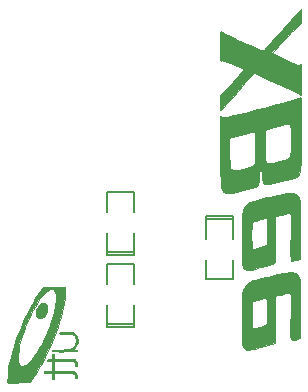
<source format=gbr>
G04 #@! TF.FileFunction,Legend,Bot*
%FSLAX46Y46*%
G04 Gerber Fmt 4.6, Leading zero omitted, Abs format (unit mm)*
G04 Created by KiCad (PCBNEW 4.0.6) date 12/04/17 20:40:56*
%MOMM*%
%LPD*%
G01*
G04 APERTURE LIST*
%ADD10C,0.050000*%
%ADD11C,0.150000*%
%ADD12C,0.010000*%
G04 APERTURE END LIST*
D10*
D11*
X137287000Y-86106000D02*
X137287000Y-86360000D01*
X137287000Y-86360000D02*
X135001000Y-86360000D01*
X135001000Y-86360000D02*
X135001000Y-86106000D01*
X137287000Y-86106000D02*
X135001000Y-86106000D01*
X135001000Y-86106000D02*
X135001000Y-84455000D01*
X137287000Y-82677000D02*
X137287000Y-81026000D01*
X137287000Y-81026000D02*
X135001000Y-81026000D01*
X135001000Y-81026000D02*
X135001000Y-82677000D01*
X137287000Y-84455000D02*
X137287000Y-86106000D01*
X137287000Y-80010000D02*
X137287000Y-80264000D01*
X137287000Y-80264000D02*
X135001000Y-80264000D01*
X135001000Y-80264000D02*
X135001000Y-80010000D01*
X137287000Y-80010000D02*
X135001000Y-80010000D01*
X135001000Y-80010000D02*
X135001000Y-78359000D01*
X137287000Y-76581000D02*
X137287000Y-74930000D01*
X137287000Y-74930000D02*
X135001000Y-74930000D01*
X135001000Y-74930000D02*
X135001000Y-76581000D01*
X137287000Y-78359000D02*
X137287000Y-80010000D01*
X143383000Y-77216000D02*
X143383000Y-76962000D01*
X143383000Y-76962000D02*
X145669000Y-76962000D01*
X145669000Y-76962000D02*
X145669000Y-77216000D01*
X143383000Y-77216000D02*
X145669000Y-77216000D01*
X145669000Y-77216000D02*
X145669000Y-78867000D01*
X143383000Y-80645000D02*
X143383000Y-82296000D01*
X143383000Y-82296000D02*
X145669000Y-82296000D01*
X145669000Y-82296000D02*
X145669000Y-80645000D01*
X143383000Y-78867000D02*
X143383000Y-77216000D01*
D12*
G36*
X144610376Y-67610340D02*
X144617003Y-67817736D01*
X144632085Y-67931260D01*
X144658922Y-67970458D01*
X144700817Y-67954881D01*
X144718894Y-67940734D01*
X144788739Y-67868378D01*
X144932861Y-67708053D01*
X145139519Y-67473209D01*
X145396971Y-67177295D01*
X145693476Y-66833761D01*
X146017293Y-66456055D01*
X146119127Y-66336780D01*
X146444634Y-65956698D01*
X146742709Y-65611609D01*
X147002403Y-65313953D01*
X147212767Y-65076173D01*
X147362851Y-64910710D01*
X147441706Y-64830006D01*
X147450390Y-64824084D01*
X147524942Y-64851492D01*
X147716005Y-64932428D01*
X148019220Y-65064956D01*
X148430231Y-65247142D01*
X148944681Y-65477053D01*
X149558212Y-65752754D01*
X150266467Y-66072311D01*
X150493455Y-66174944D01*
X150773545Y-66305888D01*
X151026745Y-66431803D01*
X151215267Y-66533568D01*
X151274738Y-66570283D01*
X151457592Y-66694920D01*
X151457592Y-64029029D01*
X151305520Y-64098318D01*
X151234284Y-64115882D01*
X151135593Y-64106400D01*
X150991568Y-64063368D01*
X150784329Y-63980285D01*
X150495995Y-63850645D01*
X150108686Y-63667945D01*
X150065371Y-63647247D01*
X148977294Y-63126887D01*
X149804987Y-62263313D01*
X150099748Y-61955007D01*
X150388155Y-61651974D01*
X150647044Y-61378653D01*
X150853250Y-61159480D01*
X150954496Y-61050655D01*
X151125711Y-60877903D01*
X151272227Y-60753079D01*
X151363832Y-60701755D01*
X151366952Y-60701571D01*
X151410173Y-60671683D01*
X151437905Y-60569017D01*
X151452815Y-60374069D01*
X151457570Y-60067335D01*
X151457592Y-60038650D01*
X151457592Y-59375730D01*
X150876823Y-60022027D01*
X150594030Y-60336623D01*
X150282351Y-60683171D01*
X149954745Y-61047283D01*
X149624171Y-61414569D01*
X149303585Y-61770638D01*
X149005945Y-62101103D01*
X148744211Y-62391573D01*
X148531339Y-62627660D01*
X148380287Y-62794973D01*
X148304014Y-62879122D01*
X148301207Y-62882183D01*
X148256038Y-62898701D01*
X148166043Y-62886782D01*
X148019010Y-62841696D01*
X147802728Y-62758710D01*
X147504984Y-62633093D01*
X147113567Y-62460113D01*
X146616266Y-62235039D01*
X146533146Y-62197114D01*
X146087314Y-61991691D01*
X145677122Y-61799183D01*
X145319416Y-61627778D01*
X145031046Y-61485660D01*
X144828858Y-61381015D01*
X144729702Y-61322028D01*
X144726603Y-61319417D01*
X144686397Y-61289280D01*
X144656557Y-61292442D01*
X144635543Y-61344638D01*
X144621814Y-61461603D01*
X144613832Y-61659074D01*
X144610055Y-61952786D01*
X144608944Y-62358475D01*
X144608901Y-62522139D01*
X144609554Y-62969580D01*
X144612542Y-63300324D01*
X144619402Y-63530659D01*
X144631674Y-63676868D01*
X144650896Y-63755238D01*
X144678609Y-63782055D01*
X144716350Y-63773604D01*
X144726668Y-63768354D01*
X144811465Y-63755954D01*
X144958861Y-63785119D01*
X145185004Y-63860863D01*
X145506039Y-63988199D01*
X145707427Y-64072883D01*
X146019397Y-64206622D01*
X146284962Y-64322109D01*
X146481386Y-64409333D01*
X146585932Y-64458280D01*
X146596577Y-64464484D01*
X146566626Y-64520810D01*
X146464847Y-64652995D01*
X146309063Y-64838674D01*
X146192021Y-64972144D01*
X145953035Y-65242478D01*
X145672872Y-65562399D01*
X145396638Y-65880301D01*
X145275316Y-66020943D01*
X145072953Y-66245789D01*
X144894760Y-66424563D01*
X144761689Y-66537421D01*
X144699113Y-66566588D01*
X144658570Y-66583854D01*
X144631687Y-66668996D01*
X144616127Y-66840749D01*
X144609552Y-67117845D01*
X144608901Y-67289520D01*
X144610376Y-67610340D01*
X144610376Y-67610340D01*
G37*
X144610376Y-67610340D02*
X144617003Y-67817736D01*
X144632085Y-67931260D01*
X144658922Y-67970458D01*
X144700817Y-67954881D01*
X144718894Y-67940734D01*
X144788739Y-67868378D01*
X144932861Y-67708053D01*
X145139519Y-67473209D01*
X145396971Y-67177295D01*
X145693476Y-66833761D01*
X146017293Y-66456055D01*
X146119127Y-66336780D01*
X146444634Y-65956698D01*
X146742709Y-65611609D01*
X147002403Y-65313953D01*
X147212767Y-65076173D01*
X147362851Y-64910710D01*
X147441706Y-64830006D01*
X147450390Y-64824084D01*
X147524942Y-64851492D01*
X147716005Y-64932428D01*
X148019220Y-65064956D01*
X148430231Y-65247142D01*
X148944681Y-65477053D01*
X149558212Y-65752754D01*
X150266467Y-66072311D01*
X150493455Y-66174944D01*
X150773545Y-66305888D01*
X151026745Y-66431803D01*
X151215267Y-66533568D01*
X151274738Y-66570283D01*
X151457592Y-66694920D01*
X151457592Y-64029029D01*
X151305520Y-64098318D01*
X151234284Y-64115882D01*
X151135593Y-64106400D01*
X150991568Y-64063368D01*
X150784329Y-63980285D01*
X150495995Y-63850645D01*
X150108686Y-63667945D01*
X150065371Y-63647247D01*
X148977294Y-63126887D01*
X149804987Y-62263313D01*
X150099748Y-61955007D01*
X150388155Y-61651974D01*
X150647044Y-61378653D01*
X150853250Y-61159480D01*
X150954496Y-61050655D01*
X151125711Y-60877903D01*
X151272227Y-60753079D01*
X151363832Y-60701755D01*
X151366952Y-60701571D01*
X151410173Y-60671683D01*
X151437905Y-60569017D01*
X151452815Y-60374069D01*
X151457570Y-60067335D01*
X151457592Y-60038650D01*
X151457592Y-59375730D01*
X150876823Y-60022027D01*
X150594030Y-60336623D01*
X150282351Y-60683171D01*
X149954745Y-61047283D01*
X149624171Y-61414569D01*
X149303585Y-61770638D01*
X149005945Y-62101103D01*
X148744211Y-62391573D01*
X148531339Y-62627660D01*
X148380287Y-62794973D01*
X148304014Y-62879122D01*
X148301207Y-62882183D01*
X148256038Y-62898701D01*
X148166043Y-62886782D01*
X148019010Y-62841696D01*
X147802728Y-62758710D01*
X147504984Y-62633093D01*
X147113567Y-62460113D01*
X146616266Y-62235039D01*
X146533146Y-62197114D01*
X146087314Y-61991691D01*
X145677122Y-61799183D01*
X145319416Y-61627778D01*
X145031046Y-61485660D01*
X144828858Y-61381015D01*
X144729702Y-61322028D01*
X144726603Y-61319417D01*
X144686397Y-61289280D01*
X144656557Y-61292442D01*
X144635543Y-61344638D01*
X144621814Y-61461603D01*
X144613832Y-61659074D01*
X144610055Y-61952786D01*
X144608944Y-62358475D01*
X144608901Y-62522139D01*
X144609554Y-62969580D01*
X144612542Y-63300324D01*
X144619402Y-63530659D01*
X144631674Y-63676868D01*
X144650896Y-63755238D01*
X144678609Y-63782055D01*
X144716350Y-63773604D01*
X144726668Y-63768354D01*
X144811465Y-63755954D01*
X144958861Y-63785119D01*
X145185004Y-63860863D01*
X145506039Y-63988199D01*
X145707427Y-64072883D01*
X146019397Y-64206622D01*
X146284962Y-64322109D01*
X146481386Y-64409333D01*
X146585932Y-64458280D01*
X146596577Y-64464484D01*
X146566626Y-64520810D01*
X146464847Y-64652995D01*
X146309063Y-64838674D01*
X146192021Y-64972144D01*
X145953035Y-65242478D01*
X145672872Y-65562399D01*
X145396638Y-65880301D01*
X145275316Y-66020943D01*
X145072953Y-66245789D01*
X144894760Y-66424563D01*
X144761689Y-66537421D01*
X144699113Y-66566588D01*
X144658570Y-66583854D01*
X144631687Y-66668996D01*
X144616127Y-66840749D01*
X144609552Y-67117845D01*
X144608901Y-67289520D01*
X144610376Y-67610340D01*
G36*
X144621787Y-71485583D02*
X144627022Y-72220857D01*
X144632642Y-72835003D01*
X144639732Y-73339875D01*
X144649379Y-73747326D01*
X144662668Y-74069212D01*
X144680684Y-74317386D01*
X144704514Y-74503701D01*
X144735242Y-74640013D01*
X144773955Y-74738176D01*
X144821737Y-74810043D01*
X144879676Y-74867468D01*
X144935599Y-74912153D01*
X145084096Y-74973186D01*
X145316468Y-74988026D01*
X145640228Y-74955490D01*
X146062889Y-74874398D01*
X146591963Y-74743567D01*
X147234962Y-74561816D01*
X147315897Y-74537792D01*
X147562341Y-74460505D01*
X147711679Y-74395919D01*
X147795124Y-74321813D01*
X147843886Y-74215969D01*
X147864087Y-74147554D01*
X147899438Y-73952016D01*
X147924360Y-73684009D01*
X147933137Y-73422118D01*
X147941318Y-73182458D01*
X147962516Y-72998873D01*
X147992307Y-72908162D01*
X147995213Y-72905839D01*
X148045263Y-72906232D01*
X148086326Y-72987850D01*
X148123126Y-73167294D01*
X148160391Y-73461165D01*
X148164734Y-73501309D01*
X148194024Y-73763594D01*
X148229335Y-73961143D01*
X148286796Y-74098438D01*
X148382534Y-74179961D01*
X148532674Y-74210195D01*
X148753346Y-74193621D01*
X149060675Y-74134723D01*
X149470789Y-74037982D01*
X149802200Y-73956419D01*
X150203132Y-73853914D01*
X150566150Y-73754085D01*
X150868851Y-73663654D01*
X151088829Y-73589342D01*
X151203679Y-73537871D01*
X151208035Y-73534636D01*
X151311624Y-73385492D01*
X151386537Y-73148514D01*
X151395809Y-73098046D01*
X151406516Y-72970475D01*
X151416306Y-72734157D01*
X151425118Y-72404952D01*
X151432889Y-71998720D01*
X151439558Y-71531323D01*
X151445064Y-71018620D01*
X151449343Y-70476473D01*
X151452336Y-69920742D01*
X151453980Y-69367288D01*
X151454213Y-68831970D01*
X151452974Y-68330651D01*
X151450201Y-67879190D01*
X151445832Y-67493447D01*
X151439806Y-67189285D01*
X151432061Y-66982562D01*
X151422535Y-66889141D01*
X151419974Y-66885341D01*
X151336756Y-66913144D01*
X151265791Y-66947725D01*
X151186420Y-66973003D01*
X150993634Y-67027380D01*
X150702808Y-67106827D01*
X150543325Y-67149736D01*
X150543325Y-69079761D01*
X150558289Y-69142922D01*
X150571458Y-69319428D01*
X150582115Y-69589644D01*
X150589542Y-69933934D01*
X150593023Y-70332664D01*
X150593194Y-70445693D01*
X150592700Y-70905215D01*
X150589956Y-71250639D01*
X150583070Y-71500847D01*
X150570151Y-71674726D01*
X150549306Y-71791159D01*
X150518642Y-71869031D01*
X150476269Y-71927226D01*
X150441079Y-71963919D01*
X150284635Y-72066554D01*
X150026135Y-72174976D01*
X149726288Y-72268275D01*
X149337078Y-72369732D01*
X149052397Y-72432173D01*
X148850092Y-72457036D01*
X148708013Y-72445762D01*
X148604006Y-72399792D01*
X148539657Y-72345416D01*
X148491125Y-72290236D01*
X148455240Y-72222747D01*
X148430101Y-72123567D01*
X148413806Y-71973309D01*
X148404454Y-71752588D01*
X148400145Y-71442019D01*
X148398977Y-71022216D01*
X148398953Y-70910678D01*
X148398953Y-69616644D01*
X148648298Y-69549750D01*
X148902667Y-69482772D01*
X149205645Y-69404916D01*
X149530374Y-69322844D01*
X149849996Y-69243218D01*
X150137653Y-69172697D01*
X150366486Y-69117944D01*
X150509637Y-69085619D01*
X150543325Y-69079761D01*
X150543325Y-67149736D01*
X150329317Y-67207317D01*
X149888539Y-67324820D01*
X149395848Y-67455308D01*
X148866621Y-67594753D01*
X148316234Y-67739126D01*
X147760063Y-67884398D01*
X147551178Y-67938720D01*
X147551178Y-69745004D01*
X147566219Y-69808047D01*
X147579441Y-69984335D01*
X147590115Y-70254134D01*
X147597514Y-70597708D01*
X147600909Y-70995324D01*
X147601047Y-71096001D01*
X147600525Y-71552827D01*
X147597697Y-71895530D01*
X147590673Y-72142971D01*
X147577560Y-72314012D01*
X147556468Y-72427514D01*
X147525506Y-72502337D01*
X147482782Y-72557342D01*
X147451440Y-72588000D01*
X147326606Y-72660947D01*
X147106503Y-72749810D01*
X146826210Y-72844168D01*
X146520809Y-72933600D01*
X146225379Y-73007686D01*
X145975002Y-73056006D01*
X145831726Y-73069110D01*
X145665738Y-73023109D01*
X145539791Y-72936126D01*
X145493276Y-72881175D01*
X145459044Y-72809839D01*
X145435228Y-72702561D01*
X145419963Y-72539783D01*
X145411381Y-72301947D01*
X145407618Y-71969497D01*
X145406806Y-71542354D01*
X145406806Y-70281566D01*
X145656152Y-70215735D01*
X145958870Y-70136791D01*
X146293139Y-70051206D01*
X146633364Y-69965338D01*
X146953951Y-69885545D01*
X147229306Y-69818185D01*
X147433835Y-69769614D01*
X147541943Y-69746191D01*
X147551178Y-69745004D01*
X147551178Y-67938720D01*
X147213483Y-68026542D01*
X146691871Y-68161529D01*
X146210602Y-68285329D01*
X145785054Y-68393915D01*
X145430600Y-68483258D01*
X145162619Y-68549330D01*
X145056358Y-68574593D01*
X144870477Y-68581814D01*
X144736784Y-68544914D01*
X144601428Y-68472474D01*
X144621787Y-71485583D01*
X144621787Y-71485583D01*
G37*
X144621787Y-71485583D02*
X144627022Y-72220857D01*
X144632642Y-72835003D01*
X144639732Y-73339875D01*
X144649379Y-73747326D01*
X144662668Y-74069212D01*
X144680684Y-74317386D01*
X144704514Y-74503701D01*
X144735242Y-74640013D01*
X144773955Y-74738176D01*
X144821737Y-74810043D01*
X144879676Y-74867468D01*
X144935599Y-74912153D01*
X145084096Y-74973186D01*
X145316468Y-74988026D01*
X145640228Y-74955490D01*
X146062889Y-74874398D01*
X146591963Y-74743567D01*
X147234962Y-74561816D01*
X147315897Y-74537792D01*
X147562341Y-74460505D01*
X147711679Y-74395919D01*
X147795124Y-74321813D01*
X147843886Y-74215969D01*
X147864087Y-74147554D01*
X147899438Y-73952016D01*
X147924360Y-73684009D01*
X147933137Y-73422118D01*
X147941318Y-73182458D01*
X147962516Y-72998873D01*
X147992307Y-72908162D01*
X147995213Y-72905839D01*
X148045263Y-72906232D01*
X148086326Y-72987850D01*
X148123126Y-73167294D01*
X148160391Y-73461165D01*
X148164734Y-73501309D01*
X148194024Y-73763594D01*
X148229335Y-73961143D01*
X148286796Y-74098438D01*
X148382534Y-74179961D01*
X148532674Y-74210195D01*
X148753346Y-74193621D01*
X149060675Y-74134723D01*
X149470789Y-74037982D01*
X149802200Y-73956419D01*
X150203132Y-73853914D01*
X150566150Y-73754085D01*
X150868851Y-73663654D01*
X151088829Y-73589342D01*
X151203679Y-73537871D01*
X151208035Y-73534636D01*
X151311624Y-73385492D01*
X151386537Y-73148514D01*
X151395809Y-73098046D01*
X151406516Y-72970475D01*
X151416306Y-72734157D01*
X151425118Y-72404952D01*
X151432889Y-71998720D01*
X151439558Y-71531323D01*
X151445064Y-71018620D01*
X151449343Y-70476473D01*
X151452336Y-69920742D01*
X151453980Y-69367288D01*
X151454213Y-68831970D01*
X151452974Y-68330651D01*
X151450201Y-67879190D01*
X151445832Y-67493447D01*
X151439806Y-67189285D01*
X151432061Y-66982562D01*
X151422535Y-66889141D01*
X151419974Y-66885341D01*
X151336756Y-66913144D01*
X151265791Y-66947725D01*
X151186420Y-66973003D01*
X150993634Y-67027380D01*
X150702808Y-67106827D01*
X150543325Y-67149736D01*
X150543325Y-69079761D01*
X150558289Y-69142922D01*
X150571458Y-69319428D01*
X150582115Y-69589644D01*
X150589542Y-69933934D01*
X150593023Y-70332664D01*
X150593194Y-70445693D01*
X150592700Y-70905215D01*
X150589956Y-71250639D01*
X150583070Y-71500847D01*
X150570151Y-71674726D01*
X150549306Y-71791159D01*
X150518642Y-71869031D01*
X150476269Y-71927226D01*
X150441079Y-71963919D01*
X150284635Y-72066554D01*
X150026135Y-72174976D01*
X149726288Y-72268275D01*
X149337078Y-72369732D01*
X149052397Y-72432173D01*
X148850092Y-72457036D01*
X148708013Y-72445762D01*
X148604006Y-72399792D01*
X148539657Y-72345416D01*
X148491125Y-72290236D01*
X148455240Y-72222747D01*
X148430101Y-72123567D01*
X148413806Y-71973309D01*
X148404454Y-71752588D01*
X148400145Y-71442019D01*
X148398977Y-71022216D01*
X148398953Y-70910678D01*
X148398953Y-69616644D01*
X148648298Y-69549750D01*
X148902667Y-69482772D01*
X149205645Y-69404916D01*
X149530374Y-69322844D01*
X149849996Y-69243218D01*
X150137653Y-69172697D01*
X150366486Y-69117944D01*
X150509637Y-69085619D01*
X150543325Y-69079761D01*
X150543325Y-67149736D01*
X150329317Y-67207317D01*
X149888539Y-67324820D01*
X149395848Y-67455308D01*
X148866621Y-67594753D01*
X148316234Y-67739126D01*
X147760063Y-67884398D01*
X147551178Y-67938720D01*
X147551178Y-69745004D01*
X147566219Y-69808047D01*
X147579441Y-69984335D01*
X147590115Y-70254134D01*
X147597514Y-70597708D01*
X147600909Y-70995324D01*
X147601047Y-71096001D01*
X147600525Y-71552827D01*
X147597697Y-71895530D01*
X147590673Y-72142971D01*
X147577560Y-72314012D01*
X147556468Y-72427514D01*
X147525506Y-72502337D01*
X147482782Y-72557342D01*
X147451440Y-72588000D01*
X147326606Y-72660947D01*
X147106503Y-72749810D01*
X146826210Y-72844168D01*
X146520809Y-72933600D01*
X146225379Y-73007686D01*
X145975002Y-73056006D01*
X145831726Y-73069110D01*
X145665738Y-73023109D01*
X145539791Y-72936126D01*
X145493276Y-72881175D01*
X145459044Y-72809839D01*
X145435228Y-72702561D01*
X145419963Y-72539783D01*
X145411381Y-72301947D01*
X145407618Y-71969497D01*
X145406806Y-71542354D01*
X145406806Y-70281566D01*
X145656152Y-70215735D01*
X145958870Y-70136791D01*
X146293139Y-70051206D01*
X146633364Y-69965338D01*
X146953951Y-69885545D01*
X147229306Y-69818185D01*
X147433835Y-69769614D01*
X147541943Y-69746191D01*
X147551178Y-69745004D01*
X147551178Y-67938720D01*
X147213483Y-68026542D01*
X146691871Y-68161529D01*
X146210602Y-68285329D01*
X145785054Y-68393915D01*
X145430600Y-68483258D01*
X145162619Y-68549330D01*
X145056358Y-68574593D01*
X144870477Y-68581814D01*
X144736784Y-68544914D01*
X144601428Y-68472474D01*
X144621787Y-71485583D01*
G36*
X146451869Y-80616412D02*
X146459246Y-80836981D01*
X146471433Y-80995835D01*
X146489127Y-81107227D01*
X146513027Y-81185410D01*
X146543832Y-81244635D01*
X146577024Y-81292146D01*
X146683825Y-81403996D01*
X146817758Y-81471063D01*
X146997394Y-81492807D01*
X147241303Y-81468689D01*
X147568055Y-81398170D01*
X147996220Y-81280710D01*
X148108742Y-81247666D01*
X148447256Y-81147415D01*
X148746795Y-81058742D01*
X148980978Y-80989452D01*
X149123426Y-80947354D01*
X149146990Y-80940411D01*
X149180343Y-80922255D01*
X149206670Y-80880146D01*
X149226793Y-80799884D01*
X149241536Y-80667271D01*
X149251720Y-80468107D01*
X149258167Y-80188192D01*
X149261701Y-79813328D01*
X149263144Y-79329314D01*
X149263351Y-78931540D01*
X149263351Y-76956857D01*
X149845157Y-76808055D01*
X150114718Y-76741642D01*
X150340884Y-76690561D01*
X150488666Y-76662522D01*
X150519554Y-76659469D01*
X150545896Y-76677237D01*
X150566032Y-76739001D01*
X150580339Y-76857658D01*
X150589192Y-77046105D01*
X150592967Y-77317239D01*
X150592042Y-77683957D01*
X150586792Y-78159157D01*
X150578722Y-78687697D01*
X150570007Y-79311869D01*
X150566684Y-79810859D01*
X150568908Y-80192365D01*
X150576831Y-80464085D01*
X150590608Y-80633718D01*
X150610391Y-80708962D01*
X150619115Y-80714425D01*
X150722221Y-80697954D01*
X150903901Y-80657323D01*
X151025393Y-80626980D01*
X151357853Y-80540818D01*
X151372297Y-78051692D01*
X151375277Y-77376673D01*
X151375404Y-76822509D01*
X151372338Y-76377095D01*
X151365734Y-76028327D01*
X151355251Y-75764098D01*
X151340546Y-75572305D01*
X151321276Y-75440841D01*
X151297100Y-75357602D01*
X151295979Y-75354997D01*
X151124829Y-75105806D01*
X150877635Y-74965610D01*
X150628268Y-74932507D01*
X150487963Y-74947716D01*
X150240344Y-74989494D01*
X149907442Y-75053503D01*
X149511285Y-75135403D01*
X149073903Y-75230857D01*
X148813825Y-75289843D01*
X148601427Y-75339761D01*
X148601427Y-77075986D01*
X148565183Y-79419110D01*
X148013813Y-79574753D01*
X147751773Y-79641582D01*
X147531900Y-79684615D01*
X147390228Y-79697270D01*
X147365515Y-79693202D01*
X147328680Y-79615726D01*
X147299570Y-79432510D01*
X147278347Y-79170584D01*
X147265175Y-78856976D01*
X147260217Y-78518715D01*
X147263637Y-78182831D01*
X147275598Y-77876353D01*
X147296263Y-77626311D01*
X147325796Y-77459732D01*
X147351702Y-77407367D01*
X147451048Y-77363482D01*
X147645678Y-77302898D01*
X147900684Y-77236035D01*
X148018122Y-77208423D01*
X148601427Y-77075986D01*
X148601427Y-75339761D01*
X148249642Y-75422440D01*
X147800296Y-75536570D01*
X147450103Y-75639242D01*
X147183377Y-75737466D01*
X146984436Y-75838253D01*
X146837594Y-75948613D01*
X146727167Y-76075555D01*
X146637472Y-76226089D01*
X146614154Y-76272969D01*
X146576749Y-76356719D01*
X146546533Y-76446848D01*
X146522591Y-76558242D01*
X146504004Y-76705788D01*
X146489855Y-76904371D01*
X146479227Y-77168879D01*
X146471204Y-77514197D01*
X146464867Y-77955211D01*
X146459300Y-78506808D01*
X146456491Y-78831936D01*
X146451613Y-79441890D01*
X146448751Y-79933119D01*
X146448604Y-80319875D01*
X146451869Y-80616412D01*
X146451869Y-80616412D01*
G37*
X146451869Y-80616412D02*
X146459246Y-80836981D01*
X146471433Y-80995835D01*
X146489127Y-81107227D01*
X146513027Y-81185410D01*
X146543832Y-81244635D01*
X146577024Y-81292146D01*
X146683825Y-81403996D01*
X146817758Y-81471063D01*
X146997394Y-81492807D01*
X147241303Y-81468689D01*
X147568055Y-81398170D01*
X147996220Y-81280710D01*
X148108742Y-81247666D01*
X148447256Y-81147415D01*
X148746795Y-81058742D01*
X148980978Y-80989452D01*
X149123426Y-80947354D01*
X149146990Y-80940411D01*
X149180343Y-80922255D01*
X149206670Y-80880146D01*
X149226793Y-80799884D01*
X149241536Y-80667271D01*
X149251720Y-80468107D01*
X149258167Y-80188192D01*
X149261701Y-79813328D01*
X149263144Y-79329314D01*
X149263351Y-78931540D01*
X149263351Y-76956857D01*
X149845157Y-76808055D01*
X150114718Y-76741642D01*
X150340884Y-76690561D01*
X150488666Y-76662522D01*
X150519554Y-76659469D01*
X150545896Y-76677237D01*
X150566032Y-76739001D01*
X150580339Y-76857658D01*
X150589192Y-77046105D01*
X150592967Y-77317239D01*
X150592042Y-77683957D01*
X150586792Y-78159157D01*
X150578722Y-78687697D01*
X150570007Y-79311869D01*
X150566684Y-79810859D01*
X150568908Y-80192365D01*
X150576831Y-80464085D01*
X150590608Y-80633718D01*
X150610391Y-80708962D01*
X150619115Y-80714425D01*
X150722221Y-80697954D01*
X150903901Y-80657323D01*
X151025393Y-80626980D01*
X151357853Y-80540818D01*
X151372297Y-78051692D01*
X151375277Y-77376673D01*
X151375404Y-76822509D01*
X151372338Y-76377095D01*
X151365734Y-76028327D01*
X151355251Y-75764098D01*
X151340546Y-75572305D01*
X151321276Y-75440841D01*
X151297100Y-75357602D01*
X151295979Y-75354997D01*
X151124829Y-75105806D01*
X150877635Y-74965610D01*
X150628268Y-74932507D01*
X150487963Y-74947716D01*
X150240344Y-74989494D01*
X149907442Y-75053503D01*
X149511285Y-75135403D01*
X149073903Y-75230857D01*
X148813825Y-75289843D01*
X148601427Y-75339761D01*
X148601427Y-77075986D01*
X148565183Y-79419110D01*
X148013813Y-79574753D01*
X147751773Y-79641582D01*
X147531900Y-79684615D01*
X147390228Y-79697270D01*
X147365515Y-79693202D01*
X147328680Y-79615726D01*
X147299570Y-79432510D01*
X147278347Y-79170584D01*
X147265175Y-78856976D01*
X147260217Y-78518715D01*
X147263637Y-78182831D01*
X147275598Y-77876353D01*
X147296263Y-77626311D01*
X147325796Y-77459732D01*
X147351702Y-77407367D01*
X147451048Y-77363482D01*
X147645678Y-77302898D01*
X147900684Y-77236035D01*
X148018122Y-77208423D01*
X148601427Y-77075986D01*
X148601427Y-75339761D01*
X148249642Y-75422440D01*
X147800296Y-75536570D01*
X147450103Y-75639242D01*
X147183377Y-75737466D01*
X146984436Y-75838253D01*
X146837594Y-75948613D01*
X146727167Y-76075555D01*
X146637472Y-76226089D01*
X146614154Y-76272969D01*
X146576749Y-76356719D01*
X146546533Y-76446848D01*
X146522591Y-76558242D01*
X146504004Y-76705788D01*
X146489855Y-76904371D01*
X146479227Y-77168879D01*
X146471204Y-77514197D01*
X146464867Y-77955211D01*
X146459300Y-78506808D01*
X146456491Y-78831936D01*
X146451613Y-79441890D01*
X146448751Y-79933119D01*
X146448604Y-80319875D01*
X146451869Y-80616412D01*
G36*
X146449778Y-87053784D02*
X146454229Y-87348713D01*
X146462855Y-87568016D01*
X146476261Y-87726030D01*
X146495053Y-87837091D01*
X146519836Y-87915536D01*
X146551215Y-87975703D01*
X146557313Y-87985242D01*
X146648233Y-88111579D01*
X146742943Y-88197960D01*
X146860908Y-88244391D01*
X147021594Y-88250879D01*
X147244465Y-88217429D01*
X147548987Y-88144047D01*
X147954624Y-88030740D01*
X148110060Y-87985732D01*
X149230105Y-87660048D01*
X149247714Y-85686325D01*
X149265322Y-83712601D01*
X149513682Y-83644724D01*
X149726039Y-83586306D01*
X149988334Y-83513653D01*
X150123194Y-83476120D01*
X150332720Y-83420648D01*
X150491293Y-83384064D01*
X150548246Y-83375393D01*
X150566374Y-83440684D01*
X150579291Y-83631946D01*
X150586892Y-83942267D01*
X150589074Y-84364731D01*
X150585732Y-84892424D01*
X150578722Y-85403403D01*
X150568234Y-85989404D01*
X150560457Y-86455168D01*
X150558762Y-86813444D01*
X150566524Y-87076976D01*
X150587116Y-87258514D01*
X150623909Y-87370802D01*
X150680278Y-87426588D01*
X150759595Y-87438618D01*
X150865233Y-87419640D01*
X151000566Y-87382399D01*
X151095687Y-87357028D01*
X151391099Y-87282642D01*
X151390996Y-84780458D01*
X151390476Y-84129444D01*
X151388589Y-83597799D01*
X151384757Y-83171907D01*
X151378398Y-82838154D01*
X151368935Y-82582927D01*
X151355789Y-82392610D01*
X151338379Y-82253590D01*
X151316127Y-82152252D01*
X151288453Y-82074982D01*
X151274635Y-82045550D01*
X151134043Y-81853822D01*
X150918776Y-81730665D01*
X150879777Y-81716515D01*
X150786434Y-81687372D01*
X150692560Y-81670178D01*
X150579944Y-81667456D01*
X150430369Y-81681731D01*
X150225623Y-81715526D01*
X149947490Y-81771365D01*
X149577758Y-81851771D01*
X149098211Y-81959267D01*
X149051243Y-81969860D01*
X148603709Y-82071546D01*
X148448101Y-82107412D01*
X148448101Y-83861184D01*
X148533697Y-83911751D01*
X148579593Y-84035323D01*
X148597726Y-84247063D01*
X148600031Y-84562132D01*
X148598429Y-84967280D01*
X148595441Y-85417881D01*
X148585869Y-85748573D01*
X148568800Y-85972312D01*
X148543322Y-86102052D01*
X148515314Y-86147516D01*
X148414644Y-86189448D01*
X148222498Y-86252249D01*
X147976251Y-86323893D01*
X147916195Y-86340276D01*
X147641125Y-86408620D01*
X147466513Y-86435584D01*
X147367276Y-86423647D01*
X147332705Y-86397925D01*
X147307439Y-86299001D01*
X147290114Y-86081978D01*
X147281347Y-85761538D01*
X147281757Y-85352365D01*
X147283525Y-85228331D01*
X147301832Y-84140053D01*
X147833770Y-83995900D01*
X148110073Y-83918421D01*
X148310872Y-83868462D01*
X148448101Y-83861184D01*
X148448101Y-82107412D01*
X148189349Y-82167054D01*
X147829195Y-82251429D01*
X147544273Y-82319717D01*
X147355614Y-82366962D01*
X147297691Y-82383048D01*
X147095915Y-82492440D01*
X146877645Y-82680879D01*
X146683394Y-82907266D01*
X146553674Y-83130503D01*
X146548914Y-83142670D01*
X146524323Y-83277925D01*
X146503057Y-83543198D01*
X146485229Y-83935565D01*
X146470952Y-84452100D01*
X146460338Y-85089877D01*
X146455426Y-85571874D01*
X146450982Y-86179701D01*
X146448898Y-86668892D01*
X146449778Y-87053784D01*
X146449778Y-87053784D01*
G37*
X146449778Y-87053784D02*
X146454229Y-87348713D01*
X146462855Y-87568016D01*
X146476261Y-87726030D01*
X146495053Y-87837091D01*
X146519836Y-87915536D01*
X146551215Y-87975703D01*
X146557313Y-87985242D01*
X146648233Y-88111579D01*
X146742943Y-88197960D01*
X146860908Y-88244391D01*
X147021594Y-88250879D01*
X147244465Y-88217429D01*
X147548987Y-88144047D01*
X147954624Y-88030740D01*
X148110060Y-87985732D01*
X149230105Y-87660048D01*
X149247714Y-85686325D01*
X149265322Y-83712601D01*
X149513682Y-83644724D01*
X149726039Y-83586306D01*
X149988334Y-83513653D01*
X150123194Y-83476120D01*
X150332720Y-83420648D01*
X150491293Y-83384064D01*
X150548246Y-83375393D01*
X150566374Y-83440684D01*
X150579291Y-83631946D01*
X150586892Y-83942267D01*
X150589074Y-84364731D01*
X150585732Y-84892424D01*
X150578722Y-85403403D01*
X150568234Y-85989404D01*
X150560457Y-86455168D01*
X150558762Y-86813444D01*
X150566524Y-87076976D01*
X150587116Y-87258514D01*
X150623909Y-87370802D01*
X150680278Y-87426588D01*
X150759595Y-87438618D01*
X150865233Y-87419640D01*
X151000566Y-87382399D01*
X151095687Y-87357028D01*
X151391099Y-87282642D01*
X151390996Y-84780458D01*
X151390476Y-84129444D01*
X151388589Y-83597799D01*
X151384757Y-83171907D01*
X151378398Y-82838154D01*
X151368935Y-82582927D01*
X151355789Y-82392610D01*
X151338379Y-82253590D01*
X151316127Y-82152252D01*
X151288453Y-82074982D01*
X151274635Y-82045550D01*
X151134043Y-81853822D01*
X150918776Y-81730665D01*
X150879777Y-81716515D01*
X150786434Y-81687372D01*
X150692560Y-81670178D01*
X150579944Y-81667456D01*
X150430369Y-81681731D01*
X150225623Y-81715526D01*
X149947490Y-81771365D01*
X149577758Y-81851771D01*
X149098211Y-81959267D01*
X149051243Y-81969860D01*
X148603709Y-82071546D01*
X148448101Y-82107412D01*
X148448101Y-83861184D01*
X148533697Y-83911751D01*
X148579593Y-84035323D01*
X148597726Y-84247063D01*
X148600031Y-84562132D01*
X148598429Y-84967280D01*
X148595441Y-85417881D01*
X148585869Y-85748573D01*
X148568800Y-85972312D01*
X148543322Y-86102052D01*
X148515314Y-86147516D01*
X148414644Y-86189448D01*
X148222498Y-86252249D01*
X147976251Y-86323893D01*
X147916195Y-86340276D01*
X147641125Y-86408620D01*
X147466513Y-86435584D01*
X147367276Y-86423647D01*
X147332705Y-86397925D01*
X147307439Y-86299001D01*
X147290114Y-86081978D01*
X147281347Y-85761538D01*
X147281757Y-85352365D01*
X147283525Y-85228331D01*
X147301832Y-84140053D01*
X147833770Y-83995900D01*
X148110073Y-83918421D01*
X148310872Y-83868462D01*
X148448101Y-83861184D01*
X148448101Y-82107412D01*
X148189349Y-82167054D01*
X147829195Y-82251429D01*
X147544273Y-82319717D01*
X147355614Y-82366962D01*
X147297691Y-82383048D01*
X147095915Y-82492440D01*
X146877645Y-82680879D01*
X146683394Y-82907266D01*
X146553674Y-83130503D01*
X146548914Y-83142670D01*
X146524323Y-83277925D01*
X146503057Y-83543198D01*
X146485229Y-83935565D01*
X146470952Y-84452100D01*
X146460338Y-85089877D01*
X146455426Y-85571874D01*
X146450982Y-86179701D01*
X146448898Y-86668892D01*
X146449778Y-87053784D01*
G36*
X130388243Y-88354979D02*
X130396950Y-88365779D01*
X130416024Y-88374410D01*
X130447745Y-88381113D01*
X130494394Y-88386126D01*
X130558251Y-88389690D01*
X130641595Y-88392044D01*
X130746707Y-88393430D01*
X130875866Y-88394087D01*
X131031353Y-88394254D01*
X131215448Y-88394173D01*
X131430430Y-88394082D01*
X132502639Y-88394082D01*
X132502639Y-88227525D01*
X132311098Y-88227525D01*
X132235690Y-88226336D01*
X132174258Y-88223105D01*
X132133375Y-88218333D01*
X132119557Y-88212890D01*
X132133346Y-88197299D01*
X132167025Y-88178654D01*
X132171826Y-88176604D01*
X132229189Y-88141951D01*
X132294047Y-88085680D01*
X132358776Y-88015860D01*
X132415755Y-87940556D01*
X132450917Y-87881231D01*
X132509027Y-87733581D01*
X132542980Y-87573669D01*
X132551365Y-87411726D01*
X132535300Y-87269820D01*
X132492312Y-87122500D01*
X132428032Y-87000101D01*
X132340814Y-86900643D01*
X132229015Y-86822147D01*
X132123439Y-86774106D01*
X132093402Y-86763676D01*
X132062502Y-86755392D01*
X132026408Y-86748942D01*
X131980789Y-86744014D01*
X131921313Y-86740298D01*
X131843651Y-86737481D01*
X131743470Y-86735253D01*
X131616440Y-86733300D01*
X131542788Y-86732347D01*
X131057625Y-86726281D01*
X131040656Y-86773198D01*
X131024401Y-86817013D01*
X131012601Y-86847363D01*
X131011805Y-86855446D01*
X131019048Y-86861908D01*
X131037809Y-86867018D01*
X131071570Y-86871047D01*
X131123813Y-86874264D01*
X131198019Y-86876939D01*
X131297669Y-86879341D01*
X131426244Y-86881741D01*
X131464767Y-86882397D01*
X131627200Y-86885765D01*
X131760461Y-86890425D01*
X131868688Y-86897207D01*
X131956016Y-86906941D01*
X132026583Y-86920456D01*
X132084526Y-86938582D01*
X132133980Y-86962148D01*
X132179084Y-86991984D01*
X132223973Y-87028921D01*
X132232275Y-87036321D01*
X132302990Y-87112151D01*
X132352188Y-87196177D01*
X132382890Y-87295667D01*
X132398117Y-87417894D01*
X132399229Y-87438135D01*
X132392771Y-87600775D01*
X132357305Y-87747187D01*
X132293121Y-87876866D01*
X132200512Y-87989308D01*
X132079766Y-88084007D01*
X132002233Y-88127961D01*
X131952890Y-88151761D01*
X131905366Y-88171436D01*
X131855951Y-88187378D01*
X131800934Y-88199975D01*
X131736605Y-88209617D01*
X131659254Y-88216693D01*
X131565171Y-88221594D01*
X131450646Y-88224709D01*
X131311968Y-88226427D01*
X131145427Y-88227138D01*
X131056904Y-88227235D01*
X130435628Y-88227525D01*
X130411494Y-88285285D01*
X130401530Y-88307162D01*
X130392814Y-88325910D01*
X130387625Y-88341769D01*
X130388243Y-88354979D01*
X130388243Y-88354979D01*
G37*
X130388243Y-88354979D02*
X130396950Y-88365779D01*
X130416024Y-88374410D01*
X130447745Y-88381113D01*
X130494394Y-88386126D01*
X130558251Y-88389690D01*
X130641595Y-88392044D01*
X130746707Y-88393430D01*
X130875866Y-88394087D01*
X131031353Y-88394254D01*
X131215448Y-88394173D01*
X131430430Y-88394082D01*
X132502639Y-88394082D01*
X132502639Y-88227525D01*
X132311098Y-88227525D01*
X132235690Y-88226336D01*
X132174258Y-88223105D01*
X132133375Y-88218333D01*
X132119557Y-88212890D01*
X132133346Y-88197299D01*
X132167025Y-88178654D01*
X132171826Y-88176604D01*
X132229189Y-88141951D01*
X132294047Y-88085680D01*
X132358776Y-88015860D01*
X132415755Y-87940556D01*
X132450917Y-87881231D01*
X132509027Y-87733581D01*
X132542980Y-87573669D01*
X132551365Y-87411726D01*
X132535300Y-87269820D01*
X132492312Y-87122500D01*
X132428032Y-87000101D01*
X132340814Y-86900643D01*
X132229015Y-86822147D01*
X132123439Y-86774106D01*
X132093402Y-86763676D01*
X132062502Y-86755392D01*
X132026408Y-86748942D01*
X131980789Y-86744014D01*
X131921313Y-86740298D01*
X131843651Y-86737481D01*
X131743470Y-86735253D01*
X131616440Y-86733300D01*
X131542788Y-86732347D01*
X131057625Y-86726281D01*
X131040656Y-86773198D01*
X131024401Y-86817013D01*
X131012601Y-86847363D01*
X131011805Y-86855446D01*
X131019048Y-86861908D01*
X131037809Y-86867018D01*
X131071570Y-86871047D01*
X131123813Y-86874264D01*
X131198019Y-86876939D01*
X131297669Y-86879341D01*
X131426244Y-86881741D01*
X131464767Y-86882397D01*
X131627200Y-86885765D01*
X131760461Y-86890425D01*
X131868688Y-86897207D01*
X131956016Y-86906941D01*
X132026583Y-86920456D01*
X132084526Y-86938582D01*
X132133980Y-86962148D01*
X132179084Y-86991984D01*
X132223973Y-87028921D01*
X132232275Y-87036321D01*
X132302990Y-87112151D01*
X132352188Y-87196177D01*
X132382890Y-87295667D01*
X132398117Y-87417894D01*
X132399229Y-87438135D01*
X132392771Y-87600775D01*
X132357305Y-87747187D01*
X132293121Y-87876866D01*
X132200512Y-87989308D01*
X132079766Y-88084007D01*
X132002233Y-88127961D01*
X131952890Y-88151761D01*
X131905366Y-88171436D01*
X131855951Y-88187378D01*
X131800934Y-88199975D01*
X131736605Y-88209617D01*
X131659254Y-88216693D01*
X131565171Y-88221594D01*
X131450646Y-88224709D01*
X131311968Y-88226427D01*
X131145427Y-88227138D01*
X131056904Y-88227235D01*
X130435628Y-88227525D01*
X130411494Y-88285285D01*
X130401530Y-88307162D01*
X130392814Y-88325910D01*
X130387625Y-88341769D01*
X130388243Y-88354979D01*
G36*
X130003864Y-89167603D02*
X130051071Y-89173259D01*
X130126969Y-89176355D01*
X130187492Y-89176902D01*
X130387361Y-89176902D01*
X130387361Y-89626607D01*
X130537262Y-89626607D01*
X130537262Y-89175995D01*
X131360515Y-89180612D01*
X131547389Y-89181698D01*
X131703842Y-89182765D01*
X131832769Y-89183942D01*
X131937059Y-89185359D01*
X132019606Y-89187146D01*
X132083300Y-89189432D01*
X132131033Y-89192346D01*
X132165698Y-89196019D01*
X132190185Y-89200581D01*
X132207388Y-89206159D01*
X132220196Y-89212885D01*
X132229748Y-89219570D01*
X132283226Y-89265354D01*
X132318031Y-89312972D01*
X132338352Y-89371692D01*
X132348378Y-89450783D01*
X132350283Y-89486242D01*
X132356156Y-89626607D01*
X132502639Y-89626607D01*
X132502096Y-89489197D01*
X132494735Y-89371348D01*
X132474520Y-89274030D01*
X132471150Y-89263772D01*
X132428876Y-89172880D01*
X132369548Y-89104641D01*
X132294443Y-89054527D01*
X132278602Y-89046460D01*
X132261648Y-89039666D01*
X132240653Y-89034001D01*
X132212690Y-89029323D01*
X132174834Y-89025490D01*
X132124157Y-89022360D01*
X132057734Y-89019789D01*
X131972636Y-89017636D01*
X131865939Y-89015757D01*
X131734716Y-89014011D01*
X131576039Y-89012255D01*
X131386983Y-89010347D01*
X131386705Y-89010344D01*
X130545590Y-89002016D01*
X130540898Y-88806312D01*
X130536205Y-88610607D01*
X130388418Y-88610607D01*
X130383725Y-88806312D01*
X130379033Y-89002016D01*
X130216670Y-89006783D01*
X130054308Y-89011550D01*
X130020965Y-89076906D01*
X130000491Y-89120714D01*
X129988729Y-89152996D01*
X129987623Y-89159582D01*
X130003864Y-89167603D01*
X130003864Y-89167603D01*
G37*
X130003864Y-89167603D02*
X130051071Y-89173259D01*
X130126969Y-89176355D01*
X130187492Y-89176902D01*
X130387361Y-89176902D01*
X130387361Y-89626607D01*
X130537262Y-89626607D01*
X130537262Y-89175995D01*
X131360515Y-89180612D01*
X131547389Y-89181698D01*
X131703842Y-89182765D01*
X131832769Y-89183942D01*
X131937059Y-89185359D01*
X132019606Y-89187146D01*
X132083300Y-89189432D01*
X132131033Y-89192346D01*
X132165698Y-89196019D01*
X132190185Y-89200581D01*
X132207388Y-89206159D01*
X132220196Y-89212885D01*
X132229748Y-89219570D01*
X132283226Y-89265354D01*
X132318031Y-89312972D01*
X132338352Y-89371692D01*
X132348378Y-89450783D01*
X132350283Y-89486242D01*
X132356156Y-89626607D01*
X132502639Y-89626607D01*
X132502096Y-89489197D01*
X132494735Y-89371348D01*
X132474520Y-89274030D01*
X132471150Y-89263772D01*
X132428876Y-89172880D01*
X132369548Y-89104641D01*
X132294443Y-89054527D01*
X132278602Y-89046460D01*
X132261648Y-89039666D01*
X132240653Y-89034001D01*
X132212690Y-89029323D01*
X132174834Y-89025490D01*
X132124157Y-89022360D01*
X132057734Y-89019789D01*
X131972636Y-89017636D01*
X131865939Y-89015757D01*
X131734716Y-89014011D01*
X131576039Y-89012255D01*
X131386983Y-89010347D01*
X131386705Y-89010344D01*
X130545590Y-89002016D01*
X130540898Y-88806312D01*
X130536205Y-88610607D01*
X130388418Y-88610607D01*
X130383725Y-88806312D01*
X130379033Y-89002016D01*
X130216670Y-89006783D01*
X130054308Y-89011550D01*
X130020965Y-89076906D01*
X130000491Y-89120714D01*
X129988729Y-89152996D01*
X129987623Y-89159582D01*
X130003864Y-89167603D01*
G36*
X130058410Y-90230017D02*
X130379033Y-90234541D01*
X130383667Y-90463557D01*
X130388301Y-90692574D01*
X130536322Y-90692574D01*
X130540956Y-90463557D01*
X130545590Y-90234541D01*
X131311070Y-90230207D01*
X131507576Y-90229224D01*
X131673643Y-90228890D01*
X131812139Y-90229513D01*
X131925934Y-90231402D01*
X132017898Y-90234864D01*
X132090900Y-90240209D01*
X132147809Y-90247746D01*
X132191496Y-90257781D01*
X132224829Y-90270625D01*
X132250679Y-90286585D01*
X132271915Y-90305970D01*
X132291407Y-90329088D01*
X132296870Y-90336177D01*
X132320274Y-90371265D01*
X132334998Y-90408223D01*
X132343733Y-90457250D01*
X132349172Y-90528544D01*
X132349559Y-90535765D01*
X132356915Y-90675918D01*
X132502639Y-90675918D01*
X132500934Y-90546836D01*
X132498496Y-90476746D01*
X132493671Y-90413045D01*
X132487462Y-90368628D01*
X132486887Y-90366088D01*
X132447843Y-90261969D01*
X132384920Y-90180378D01*
X132296116Y-90118725D01*
X132295618Y-90118470D01*
X132196937Y-90067984D01*
X131367099Y-90062959D01*
X130537262Y-90057935D01*
X130537262Y-89676574D01*
X130387361Y-89676574D01*
X130387361Y-90059656D01*
X129737787Y-90059656D01*
X129737787Y-90225494D01*
X130058410Y-90230017D01*
X130058410Y-90230017D01*
G37*
X130058410Y-90230017D02*
X130379033Y-90234541D01*
X130383667Y-90463557D01*
X130388301Y-90692574D01*
X130536322Y-90692574D01*
X130540956Y-90463557D01*
X130545590Y-90234541D01*
X131311070Y-90230207D01*
X131507576Y-90229224D01*
X131673643Y-90228890D01*
X131812139Y-90229513D01*
X131925934Y-90231402D01*
X132017898Y-90234864D01*
X132090900Y-90240209D01*
X132147809Y-90247746D01*
X132191496Y-90257781D01*
X132224829Y-90270625D01*
X132250679Y-90286585D01*
X132271915Y-90305970D01*
X132291407Y-90329088D01*
X132296870Y-90336177D01*
X132320274Y-90371265D01*
X132334998Y-90408223D01*
X132343733Y-90457250D01*
X132349172Y-90528544D01*
X132349559Y-90535765D01*
X132356915Y-90675918D01*
X132502639Y-90675918D01*
X132500934Y-90546836D01*
X132498496Y-90476746D01*
X132493671Y-90413045D01*
X132487462Y-90368628D01*
X132486887Y-90366088D01*
X132447843Y-90261969D01*
X132384920Y-90180378D01*
X132296116Y-90118725D01*
X132295618Y-90118470D01*
X132196937Y-90067984D01*
X131367099Y-90062959D01*
X130537262Y-90057935D01*
X130537262Y-89676574D01*
X130387361Y-89676574D01*
X130387361Y-90059656D01*
X129737787Y-90059656D01*
X129737787Y-90225494D01*
X130058410Y-90230017D01*
G36*
X126609124Y-90952743D02*
X126612674Y-90981365D01*
X126623870Y-91025973D01*
X128445292Y-91017361D01*
X128575769Y-90850803D01*
X128627319Y-90782905D01*
X128691601Y-90695027D01*
X128763020Y-90595004D01*
X128835978Y-90490672D01*
X128902921Y-90392771D01*
X129134700Y-90035681D01*
X129361206Y-89660024D01*
X129581520Y-89268356D01*
X129794725Y-88863233D01*
X129999901Y-88447211D01*
X130196130Y-88022844D01*
X130382494Y-87592690D01*
X130558075Y-87159304D01*
X130721954Y-86725242D01*
X130873212Y-86293059D01*
X131010932Y-85865312D01*
X131134194Y-85444556D01*
X131242081Y-85033348D01*
X131333673Y-84634243D01*
X131408053Y-84249796D01*
X131464303Y-83882564D01*
X131501503Y-83535103D01*
X131518735Y-83209969D01*
X131519883Y-83110049D01*
X131519951Y-82964312D01*
X130350783Y-82964312D01*
X130350783Y-83094201D01*
X130442596Y-83110456D01*
X130521744Y-83157391D01*
X130587988Y-83234868D01*
X130641091Y-83342748D01*
X130678935Y-83472312D01*
X130689726Y-83543796D01*
X130697111Y-83640963D01*
X130701096Y-83756361D01*
X130701685Y-83882536D01*
X130698884Y-84012036D01*
X130692697Y-84137408D01*
X130683131Y-84251198D01*
X130678365Y-84291754D01*
X130621869Y-84645194D01*
X130542431Y-85016551D01*
X130441858Y-85401447D01*
X130321960Y-85795506D01*
X130184544Y-86194348D01*
X130031420Y-86593598D01*
X129864395Y-86988876D01*
X129685278Y-87375805D01*
X129495877Y-87750008D01*
X129298000Y-88107107D01*
X129093457Y-88442725D01*
X128884055Y-88752483D01*
X128774056Y-88901608D01*
X128700383Y-88993230D01*
X128614650Y-89091535D01*
X128522162Y-89191145D01*
X128428227Y-89286686D01*
X128338150Y-89372779D01*
X128257238Y-89444050D01*
X128190796Y-89495121D01*
X128183454Y-89500026D01*
X128060133Y-89569953D01*
X127949939Y-89609768D01*
X127851949Y-89619563D01*
X127765245Y-89599433D01*
X127689439Y-89549952D01*
X127625551Y-89475855D01*
X127575982Y-89380761D01*
X127540101Y-89262334D01*
X127517277Y-89118239D01*
X127506879Y-88946139D01*
X127506055Y-88871469D01*
X127510492Y-88688823D01*
X127524119Y-88503775D01*
X127547753Y-88310730D01*
X127582212Y-88104095D01*
X127628310Y-87878277D01*
X127686866Y-87627682D01*
X127688857Y-87619590D01*
X127771552Y-87307469D01*
X127866313Y-86991916D01*
X127972003Y-86675008D01*
X128087487Y-86358825D01*
X128211627Y-86045444D01*
X128343288Y-85736945D01*
X128481333Y-85435404D01*
X128624627Y-85142901D01*
X128772033Y-84861514D01*
X128922414Y-84593321D01*
X129074635Y-84340400D01*
X129227559Y-84104830D01*
X129380050Y-83888688D01*
X129530972Y-83694054D01*
X129679188Y-83523006D01*
X129823563Y-83377621D01*
X129962960Y-83259978D01*
X130096243Y-83172155D01*
X130130114Y-83154283D01*
X130246543Y-83108764D01*
X130350783Y-83094201D01*
X130350783Y-82964312D01*
X129637698Y-82964312D01*
X129485435Y-83168344D01*
X129232701Y-83523585D01*
X128983522Y-83906179D01*
X128739277Y-84312724D01*
X128501348Y-84739818D01*
X128271115Y-85184058D01*
X128049957Y-85642044D01*
X127839255Y-86110372D01*
X127640390Y-86585640D01*
X127454741Y-87064447D01*
X127283689Y-87543390D01*
X127128614Y-88019068D01*
X126990897Y-88488078D01*
X126871917Y-88947018D01*
X126773055Y-89392486D01*
X126695691Y-89821080D01*
X126649024Y-90159590D01*
X126638982Y-90256892D01*
X126629872Y-90366302D01*
X126621950Y-90482031D01*
X126615472Y-90598286D01*
X126610694Y-90709276D01*
X126607873Y-90809210D01*
X126607264Y-90892296D01*
X126609124Y-90952743D01*
X126609124Y-90952743D01*
G37*
X126609124Y-90952743D02*
X126612674Y-90981365D01*
X126623870Y-91025973D01*
X128445292Y-91017361D01*
X128575769Y-90850803D01*
X128627319Y-90782905D01*
X128691601Y-90695027D01*
X128763020Y-90595004D01*
X128835978Y-90490672D01*
X128902921Y-90392771D01*
X129134700Y-90035681D01*
X129361206Y-89660024D01*
X129581520Y-89268356D01*
X129794725Y-88863233D01*
X129999901Y-88447211D01*
X130196130Y-88022844D01*
X130382494Y-87592690D01*
X130558075Y-87159304D01*
X130721954Y-86725242D01*
X130873212Y-86293059D01*
X131010932Y-85865312D01*
X131134194Y-85444556D01*
X131242081Y-85033348D01*
X131333673Y-84634243D01*
X131408053Y-84249796D01*
X131464303Y-83882564D01*
X131501503Y-83535103D01*
X131518735Y-83209969D01*
X131519883Y-83110049D01*
X131519951Y-82964312D01*
X130350783Y-82964312D01*
X130350783Y-83094201D01*
X130442596Y-83110456D01*
X130521744Y-83157391D01*
X130587988Y-83234868D01*
X130641091Y-83342748D01*
X130678935Y-83472312D01*
X130689726Y-83543796D01*
X130697111Y-83640963D01*
X130701096Y-83756361D01*
X130701685Y-83882536D01*
X130698884Y-84012036D01*
X130692697Y-84137408D01*
X130683131Y-84251198D01*
X130678365Y-84291754D01*
X130621869Y-84645194D01*
X130542431Y-85016551D01*
X130441858Y-85401447D01*
X130321960Y-85795506D01*
X130184544Y-86194348D01*
X130031420Y-86593598D01*
X129864395Y-86988876D01*
X129685278Y-87375805D01*
X129495877Y-87750008D01*
X129298000Y-88107107D01*
X129093457Y-88442725D01*
X128884055Y-88752483D01*
X128774056Y-88901608D01*
X128700383Y-88993230D01*
X128614650Y-89091535D01*
X128522162Y-89191145D01*
X128428227Y-89286686D01*
X128338150Y-89372779D01*
X128257238Y-89444050D01*
X128190796Y-89495121D01*
X128183454Y-89500026D01*
X128060133Y-89569953D01*
X127949939Y-89609768D01*
X127851949Y-89619563D01*
X127765245Y-89599433D01*
X127689439Y-89549952D01*
X127625551Y-89475855D01*
X127575982Y-89380761D01*
X127540101Y-89262334D01*
X127517277Y-89118239D01*
X127506879Y-88946139D01*
X127506055Y-88871469D01*
X127510492Y-88688823D01*
X127524119Y-88503775D01*
X127547753Y-88310730D01*
X127582212Y-88104095D01*
X127628310Y-87878277D01*
X127686866Y-87627682D01*
X127688857Y-87619590D01*
X127771552Y-87307469D01*
X127866313Y-86991916D01*
X127972003Y-86675008D01*
X128087487Y-86358825D01*
X128211627Y-86045444D01*
X128343288Y-85736945D01*
X128481333Y-85435404D01*
X128624627Y-85142901D01*
X128772033Y-84861514D01*
X128922414Y-84593321D01*
X129074635Y-84340400D01*
X129227559Y-84104830D01*
X129380050Y-83888688D01*
X129530972Y-83694054D01*
X129679188Y-83523006D01*
X129823563Y-83377621D01*
X129962960Y-83259978D01*
X130096243Y-83172155D01*
X130130114Y-83154283D01*
X130246543Y-83108764D01*
X130350783Y-83094201D01*
X130350783Y-82964312D01*
X129637698Y-82964312D01*
X129485435Y-83168344D01*
X129232701Y-83523585D01*
X128983522Y-83906179D01*
X128739277Y-84312724D01*
X128501348Y-84739818D01*
X128271115Y-85184058D01*
X128049957Y-85642044D01*
X127839255Y-86110372D01*
X127640390Y-86585640D01*
X127454741Y-87064447D01*
X127283689Y-87543390D01*
X127128614Y-88019068D01*
X126990897Y-88488078D01*
X126871917Y-88947018D01*
X126773055Y-89392486D01*
X126695691Y-89821080D01*
X126649024Y-90159590D01*
X126638982Y-90256892D01*
X126629872Y-90366302D01*
X126621950Y-90482031D01*
X126615472Y-90598286D01*
X126610694Y-90709276D01*
X126607873Y-90809210D01*
X126607264Y-90892296D01*
X126609124Y-90952743D01*
G36*
X129010428Y-85214097D02*
X129032526Y-85334653D01*
X129075372Y-85432892D01*
X129137906Y-85507230D01*
X129219068Y-85556083D01*
X129317798Y-85577865D01*
X129348645Y-85578897D01*
X129467338Y-85562052D01*
X129580393Y-85512843D01*
X129686789Y-85431895D01*
X129785505Y-85319834D01*
X129796658Y-85304505D01*
X129888370Y-85149917D01*
X129951658Y-84985105D01*
X129985133Y-84815134D01*
X129987403Y-84645069D01*
X129984877Y-84619068D01*
X129959031Y-84501671D01*
X129911921Y-84405923D01*
X129846148Y-84333981D01*
X129764316Y-84288006D01*
X129669028Y-84270157D01*
X129575648Y-84279534D01*
X129459373Y-84321950D01*
X129350100Y-84393234D01*
X129250823Y-84489187D01*
X129164536Y-84605607D01*
X129094234Y-84738294D01*
X129042912Y-84883047D01*
X129013565Y-85035665D01*
X129010138Y-85072809D01*
X129010428Y-85214097D01*
X129010428Y-85214097D01*
G37*
X129010428Y-85214097D02*
X129032526Y-85334653D01*
X129075372Y-85432892D01*
X129137906Y-85507230D01*
X129219068Y-85556083D01*
X129317798Y-85577865D01*
X129348645Y-85578897D01*
X129467338Y-85562052D01*
X129580393Y-85512843D01*
X129686789Y-85431895D01*
X129785505Y-85319834D01*
X129796658Y-85304505D01*
X129888370Y-85149917D01*
X129951658Y-84985105D01*
X129985133Y-84815134D01*
X129987403Y-84645069D01*
X129984877Y-84619068D01*
X129959031Y-84501671D01*
X129911921Y-84405923D01*
X129846148Y-84333981D01*
X129764316Y-84288006D01*
X129669028Y-84270157D01*
X129575648Y-84279534D01*
X129459373Y-84321950D01*
X129350100Y-84393234D01*
X129250823Y-84489187D01*
X129164536Y-84605607D01*
X129094234Y-84738294D01*
X129042912Y-84883047D01*
X129013565Y-85035665D01*
X129010138Y-85072809D01*
X129010428Y-85214097D01*
M02*

</source>
